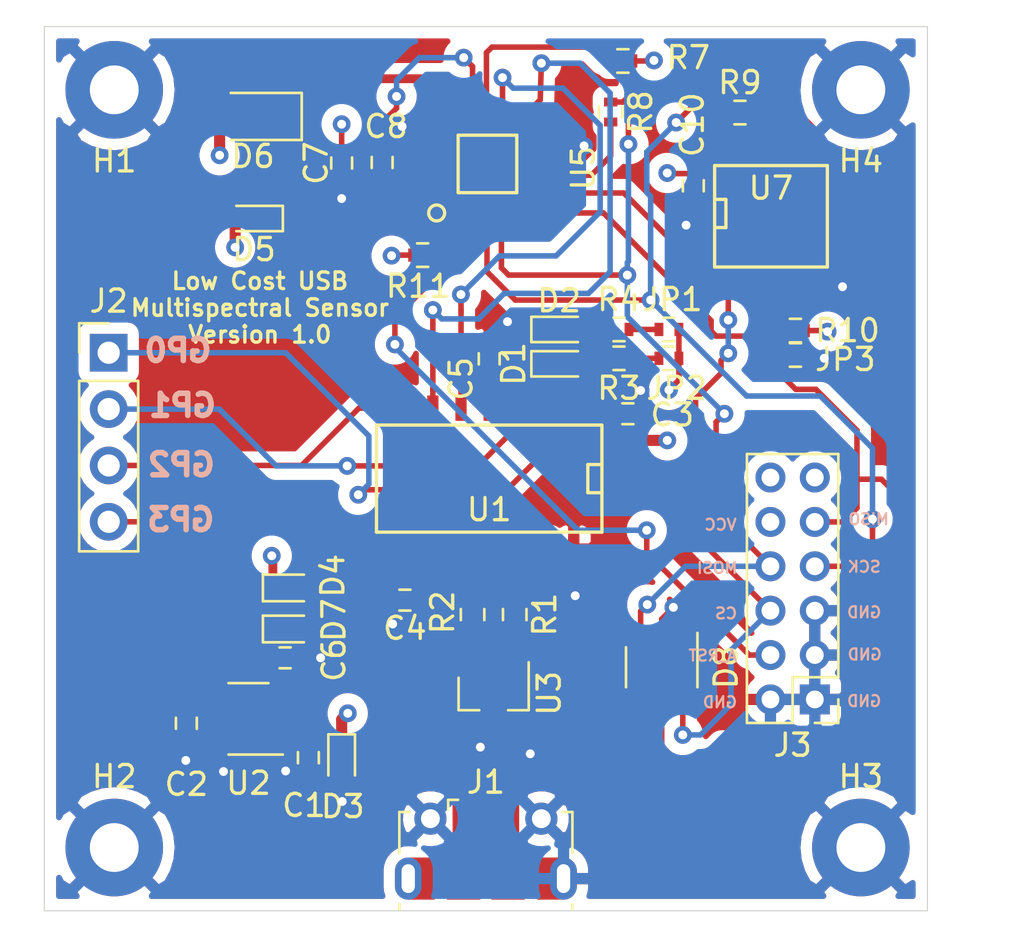
<source format=kicad_pcb>
(kicad_pcb (version 20171130) (host pcbnew "(5.1.0)-1")
  (layers (0 F.Cu signal) (1 In1.Cu power hide) (2 In2.Cu power hide) (31 B.Cu signal hide) (34 B.Paste user) (35 F.Paste user) (36 B.SilkS user) (37 F.SilkS user) (38 B.Mask user) (39 F.Mask user) (44 Edge.Cuts user))
  (net 0 "")
  (net 1 GND)
  (net 2 /5V)
  (net 3 "Net-(C2-Pad1)")
  (net 4 /VUSB)
  (net 5 /RST)
  (net 6 /3.3V)
  (net 7 "Net-(D1-Pad2)")
  (net 8 "Net-(D2-Pad2)")
  (net 9 "Net-(D5-Pad1)")
  (net 10 "Net-(D6-Pad1)")
  (net 11 "Net-(J1-Pad2)")
  (net 12 "Net-(J1-Pad3)")
  (net 13 /GP3)
  (net 14 /GP2)
  (net 15 /MISO)
  (net 16 /MOSI)
  (net 17 /SCK)
  (net 18 /CS)
  (net 19 /AS_RST)
  (net 20 "Net-(JP1-Pad2)")
  (net 21 "Net-(JP2-Pad2)")
  (net 22 "Net-(JP3-Pad1)")
  (net 23 "Net-(R1-Pad1)")
  (net 24 "Net-(R2-Pad1)")
  (net 25 "Net-(R7-Pad2)")
  (net 26 "Net-(R8-Pad2)")
  (net 27 "Net-(R9-Pad2)")
  (net 28 /TX)
  (net 29 /RX)
  (net 30 /GP0)
  (net 31 /GP1)
  (module AMS_sensors:AS726x (layer F.Cu) (at 155.275 79.65 90)
    (fp_text reference U5 (at 2.025 5.6388 90) (layer F.SilkS))
    (fp_text value AS726x)
    (pad 20 smd rect (at 0.9 -1 90) (size 0.3 1.1) (layers F.Cu F.Paste F.Mask))
    (pad 19 smd rect (at 1.55 -1 90) (size 0.3 1.1) (layers F.Cu F.Paste F.Mask))
    (pad 18 smd rect (at 2.2 -1 90) (size 0.3 1.1) (layers F.Cu F.Paste F.Mask) (net 9 "Net-(D5-Pad1)"))
    (pad 17 smd rect (at 2.85 -1 90) (size 0.3 1.1) (layers F.Cu F.Paste F.Mask) (net 6 /3.3V))
    (pad 16 smd rect (at 3.5 -1 90) (size 0.3 1.1) (layers F.Cu F.Paste F.Mask) (net 1 GND))
    (pad 15 smd rect (at 4.4 0) (size 0.3 1.1) (layers F.Cu F.Paste F.Mask) (net 10 "Net-(D6-Pad1)"))
    (pad 14 smd rect (at 4.4 0.65) (size 0.3 1.1) (layers F.Cu F.Paste F.Mask) (net 6 /3.3V))
    (pad 13 smd rect (at 4.4 1.3) (size 0.3 1.1) (layers F.Cu F.Paste F.Mask) (net 25 "Net-(R7-Pad2)"))
    (pad 12 smd rect (at 4.4 1.95) (size 0.3 1.1) (layers F.Cu F.Paste F.Mask) (net 29 /RX))
    (pad 11 smd rect (at 4.4 2.6) (size 0.3 1.1) (layers F.Cu F.Paste F.Mask) (net 28 /TX))
    (pad 10 smd rect (at 3.5 3.6 270) (size 0.3 1.1) (layers F.Cu F.Paste F.Mask))
    (pad 9 smd rect (at 2.85 3.6 270) (size 0.3 1.1) (layers F.Cu F.Paste F.Mask))
    (pad 8 smd rect (at 2.2 3.6 270) (size 0.3 1.1) (layers F.Cu F.Paste F.Mask) (net 1 GND))
    (pad 7 smd rect (at 1.55 3.6 270) (size 0.3 1.1) (layers F.Cu F.Paste F.Mask) (net 26 "Net-(R8-Pad2)"))
    (pad 6 smd rect (at 0.9 3.6 270) (size 0.3 1.1) (layers F.Cu F.Paste F.Mask) (net 18 /CS))
    (pad 5 smd rect (at 0 2.6 180) (size 0.3 1.1) (layers F.Cu F.Paste F.Mask) (net 15 /MISO))
    (pad 4 smd rect (at 0 1.95 180) (size 0.3 1.1) (layers F.Cu F.Paste F.Mask) (net 16 /MOSI))
    (pad 3 smd rect (at 0 1.3 180) (size 0.3 1.1) (layers F.Cu F.Paste F.Mask) (net 17 /SCK))
    (pad 2 smd rect (at 0 0.65 180) (size 0.3 1.1) (layers F.Cu F.Paste F.Mask) (net 19 /AS_RST))
    (pad 1 smd rect (at 0 0) (size 0.3 1.1) (layers F.Cu F.Paste F.Mask))
  )
  (module Capacitors_SMD:C_0402 (layer F.Cu) (at 148.525 104.2 270)
    (fp_text reference C1 (at 2.15 0.2) (layer F.SilkS))
    (fp_text value 1uF)
    (pad 2 smd rect (at 0.55 0 270) (size 0.6 0.5) (layers F.Cu F.Paste F.Mask) (net 1 GND))
    (pad 1 smd rect (at -0.55 0 270) (size 0.6 0.5) (layers F.Cu F.Paste F.Mask) (net 2 /5V))
  )
  (module Capacitors_SMD:C_0402 (layer F.Cu) (at 143.025 102.65 270)
    (fp_text reference C2 (at 2.75 0) (layer F.SilkS))
    (fp_text value 470pF)
    (pad 1 smd rect (at -0.55 0 270) (size 0.6 0.5) (layers F.Cu F.Paste F.Mask) (net 3 "Net-(C2-Pad1)"))
    (pad 2 smd rect (at 0.55 0 270) (size 0.6 0.5) (layers F.Cu F.Paste F.Mask) (net 1 GND))
  )
  (module Capacitors_SMD:C_0402 (layer F.Cu) (at 162.925 88.7)
    (fp_text reference C3 (at 2 0.05) (layer F.SilkS))
    (fp_text value 4.7uF)
    (pad 1 smd rect (at -0.55 0) (size 0.6 0.5) (layers F.Cu F.Paste F.Mask) (net 2 /5V))
    (pad 2 smd rect (at 0.55 0) (size 0.6 0.5) (layers F.Cu F.Paste F.Mask) (net 1 GND))
  )
  (module Capacitors_SMD:C_0402 (layer F.Cu) (at 152.875 97.1 180)
    (fp_text reference C4 (at 0 -1.27 180) (layer F.SilkS))
    (fp_text value 0.33uF)
    (pad 2 smd rect (at 0.55 0 180) (size 0.6 0.5) (layers F.Cu F.Paste F.Mask) (net 1 GND))
    (pad 1 smd rect (at -0.55 0 180) (size 0.6 0.5) (layers F.Cu F.Paste F.Mask) (net 4 /VUSB))
  )
  (module Capacitors_SMD:C_0402 (layer F.Cu) (at 156.675 86.225 90)
    (fp_text reference C5 (at -0.9 -1.27 90) (layer F.SilkS))
    (fp_text value C)
    (pad 2 smd rect (at 0.55 0 90) (size 0.6 0.5) (layers F.Cu F.Paste F.Mask) (net 1 GND))
    (pad 1 smd rect (at -0.55 0 90) (size 0.6 0.5) (layers F.Cu F.Paste F.Mask) (net 5 /RST))
  )
  (module Capacitors_SMD:C_0402 (layer F.Cu) (at 147.475 99.7)
    (fp_text reference C6 (at 2.2 0.1 90) (layer F.SilkS))
    (fp_text value 2.2uF)
    (pad 2 smd rect (at 0.55 0) (size 0.6 0.5) (layers F.Cu F.Paste F.Mask) (net 1 GND))
    (pad 1 smd rect (at -0.55 0) (size 0.6 0.5) (layers F.Cu F.Paste F.Mask) (net 6 /3.3V))
  )
  (module Capacitors_SMD:C_0402 (layer F.Cu) (at 150.025 77.4 270)
    (fp_text reference C7 (at 0 1.15 270) (layer F.SilkS))
    (fp_text value 100nF)
    (pad 1 smd rect (at -0.55 0 270) (size 0.6 0.5) (layers F.Cu F.Paste F.Mask) (net 6 /3.3V))
    (pad 2 smd rect (at 0.55 0 270) (size 0.6 0.5) (layers F.Cu F.Paste F.Mask) (net 1 GND))
  )
  (module Capacitors_SMD:C_0402 (layer F.Cu) (at 151.85 77.375 270)
    (fp_text reference C8 (at -1.625 -0.175) (layer F.SilkS))
    (fp_text value 10uF)
    (pad 1 smd rect (at -0.55 0 270) (size 0.6 0.5) (layers F.Cu F.Paste F.Mask) (net 6 /3.3V))
    (pad 2 smd rect (at 0.55 0 270) (size 0.6 0.5) (layers F.Cu F.Paste F.Mask) (net 1 GND))
  )
  (module Capacitors_SMD:C_0402 (layer F.Cu) (at 165.875 78.425 270)
    (fp_text reference C10 (at -2.75 0.05 90) (layer F.SilkS))
    (fp_text value 1uF)
    (pad 1 smd rect (at -0.55 0 270) (size 0.6 0.5) (layers F.Cu F.Paste F.Mask) (net 6 /3.3V))
    (pad 2 smd rect (at 0.55 0 270) (size 0.6 0.5) (layers F.Cu F.Paste F.Mask) (net 1 GND))
  )
  (module Diodes_SMD:D_1206 (layer F.Cu) (at 146.025 75.3 180)
    (fp_text reference D6 (at 0 -1.8 180) (layer F.SilkS))
    (fp_text value LED)
    (pad 1 smd rect (at -1.5 0 180) (size 1 1.6) (layers F.Cu F.Paste F.Mask) (net 10 "Net-(D6-Pad1)"))
    (pad 2 smd rect (at 1.5 0 180) (size 1 1.6) (layers F.Cu F.Paste F.Mask) (net 6 /3.3V))
  )
  (module Connectors_USB:USB_Micro-B_Molex-105017-0001 (layer F.Cu) (at 156.525 109.3)
    (fp_text reference J1 (at 0 -4) (layer F.SilkS))
    (fp_text value USB_B_Micro)
    (pad 6 smd rect (at 1 0.35) (size 1.5 1.9) (layers F.Cu F.Paste F.Mask) (net 1 GND))
    (pad 6 thru_hole circle (at -2.5 -2.35) (size 1.45 1.45) (drill 0.85) (layers *.Cu *.Mask) (net 1 GND))
    (pad 2 smd rect (at -0.65 -2.35) (size 0.4 1.35) (layers F.Cu F.Paste F.Mask) (net 11 "Net-(J1-Pad2)"))
    (pad 1 smd rect (at -1.3 -2.35) (size 0.4 1.35) (layers F.Cu F.Paste F.Mask) (net 2 /5V))
    (pad 5 smd rect (at 1.3 -2.35) (size 0.4 1.35) (layers F.Cu F.Paste F.Mask) (net 1 GND))
    (pad 4 smd rect (at 0.65 -2.35) (size 0.4 1.35) (layers F.Cu F.Paste F.Mask))
    (pad 3 smd rect (at 0 -2.35) (size 0.4 1.35) (layers F.Cu F.Paste F.Mask) (net 12 "Net-(J1-Pad3)"))
    (pad 6 thru_hole circle (at 2.5 -2.35) (size 1.45 1.45) (drill 0.85) (layers *.Cu *.Mask) (net 1 GND))
    (pad 6 smd rect (at -1 0.35) (size 1.5 1.9) (layers F.Cu F.Paste F.Mask) (net 1 GND))
    (pad 6 thru_hole oval (at -3.5 0.35 180) (size 1.2 1.9) (drill oval 0.6 1.3) (layers *.Cu *.Mask) (net 1 GND))
    (pad 6 thru_hole oval (at 3.5 0.35) (size 1.2 1.9) (drill oval 0.6 1.3) (layers *.Cu *.Mask) (net 1 GND))
    (pad 6 smd rect (at 2.9 0.35) (size 1.2 1.9) (layers F.Cu F.Mask) (net 1 GND))
    (pad 6 smd rect (at -2.9 0.35) (size 1.2 1.9) (layers F.Cu F.Mask) (net 1 GND))
  )
  (module Pin_Headers:Pin_Header_Straight_1x04_Pitch2.54mm (layer F.Cu) (at 139.525 85.95)
    (fp_text reference J2 (at 0 -2.33) (layer F.SilkS))
    (fp_text value "GPIO Conn")
    (pad 4 thru_hole oval (at 0 7.62) (size 1.7 1.7) (drill 1) (layers *.Cu *.Mask) (net 13 /GP3))
    (pad 3 thru_hole oval (at 0 5.08) (size 1.7 1.7) (drill 1) (layers *.Cu *.Mask) (net 14 /GP2))
    (pad 2 thru_hole oval (at 0 2.54) (size 1.7 1.7) (drill 1) (layers *.Cu *.Mask) (net 31 /GP1))
    (pad 1 thru_hole rect (at 0 0) (size 1.7 1.7) (drill 1) (layers *.Cu *.Mask) (net 30 /GP0))
  )
  (module Pin_Headers:Pin_Header_Straight_2x06_Pitch2.00mm (layer F.Cu) (at 171.35 101.575 180)
    (fp_text reference J3 (at 1 -2.06 180) (layer F.SilkS))
    (fp_text value "Flash Programming Header")
    (pad 12 thru_hole oval (at 2 10 180) (size 1.35 1.35) (drill 0.8) (layers *.Cu *.Mask))
    (pad 11 thru_hole oval (at 0 10 180) (size 1.35 1.35) (drill 0.8) (layers *.Cu *.Mask))
    (pad 10 thru_hole oval (at 2 8 180) (size 1.35 1.35) (drill 0.8) (layers *.Cu *.Mask) (net 6 /3.3V))
    (pad 9 thru_hole oval (at 0 8 180) (size 1.35 1.35) (drill 0.8) (layers *.Cu *.Mask) (net 15 /MISO))
    (pad 8 thru_hole oval (at 2 6 180) (size 1.35 1.35) (drill 0.8) (layers *.Cu *.Mask) (net 16 /MOSI))
    (pad 7 thru_hole oval (at 0 6 180) (size 1.35 1.35) (drill 0.8) (layers *.Cu *.Mask) (net 17 /SCK))
    (pad 6 thru_hole oval (at 2 4 180) (size 1.35 1.35) (drill 0.8) (layers *.Cu *.Mask) (net 18 /CS))
    (pad 5 thru_hole oval (at 0 4 180) (size 1.35 1.35) (drill 0.8) (layers *.Cu *.Mask) (net 1 GND))
    (pad 4 thru_hole oval (at 2 2 180) (size 1.35 1.35) (drill 0.8) (layers *.Cu *.Mask) (net 19 /AS_RST))
    (pad 3 thru_hole oval (at 0 2 180) (size 1.35 1.35) (drill 0.8) (layers *.Cu *.Mask) (net 1 GND))
    (pad 2 thru_hole oval (at 2 0 180) (size 1.35 1.35) (drill 0.8) (layers *.Cu *.Mask) (net 1 GND))
    (pad 1 thru_hole rect (at 0 0 180) (size 1.35 1.35) (drill 0.8) (layers *.Cu *.Mask) (net 1 GND))
  )
  (module Resistors_SMD:R_0402 (layer F.Cu) (at 164.775 86.2 180)
    (fp_text reference JP1 (at -0.15 2.65 180) (layer F.SilkS))
    (fp_text value N/A)
    (pad 2 smd rect (at 0.45 0 180) (size 0.4 0.6) (layers F.Cu F.Paste F.Mask) (net 20 "Net-(JP1-Pad2)"))
    (pad 1 smd rect (at -0.45 0 180) (size 0.4 0.6) (layers F.Cu F.Paste F.Mask) (net 6 /3.3V))
  )
  (module Resistors_SMD:R_0402 (layer F.Cu) (at 164.775 84.9 180)
    (fp_text reference JP2 (at -0.35 -2.65 180) (layer F.SilkS))
    (fp_text value N/A)
    (pad 2 smd rect (at 0.45 0 180) (size 0.4 0.6) (layers F.Cu F.Paste F.Mask) (net 21 "Net-(JP2-Pad2)"))
    (pad 1 smd rect (at -0.45 0 180) (size 0.4 0.6) (layers F.Cu F.Paste F.Mask) (net 6 /3.3V))
  )
  (module Resistors_SMD:R_0402 (layer F.Cu) (at 170.475 86.05)
    (fp_text reference JP3 (at 2.25 0.2) (layer F.SilkS))
    (fp_text value N/A)
    (pad 2 smd rect (at 0.45 0) (size 0.4 0.6) (layers F.Cu F.Paste F.Mask) (net 1 GND))
    (pad 1 smd rect (at -0.45 0) (size 0.4 0.6) (layers F.Cu F.Paste F.Mask) (net 22 "Net-(JP3-Pad1)"))
  )
  (module Resistors_SMD:R_0402 (layer F.Cu) (at 157.825 97.75 270)
    (fp_text reference R1 (at 0 -1.35 270) (layer F.SilkS))
    (fp_text value 22)
    (pad 2 smd rect (at 0.45 0 270) (size 0.4 0.6) (layers F.Cu F.Paste F.Mask) (net 12 "Net-(J1-Pad3)"))
    (pad 1 smd rect (at -0.45 0 270) (size 0.4 0.6) (layers F.Cu F.Paste F.Mask) (net 23 "Net-(R1-Pad1)"))
  )
  (module Resistors_SMD:R_0402 (layer F.Cu) (at 155.925 97.75 270)
    (fp_text reference R2 (at -0.1 1.35 270) (layer F.SilkS))
    (fp_text value 22)
    (pad 1 smd rect (at -0.45 0 270) (size 0.4 0.6) (layers F.Cu F.Paste F.Mask) (net 24 "Net-(R2-Pad1)"))
    (pad 2 smd rect (at 0.45 0 270) (size 0.4 0.6) (layers F.Cu F.Paste F.Mask) (net 11 "Net-(J1-Pad2)"))
  )
  (module Resistors_SMD:R_0402 (layer F.Cu) (at 162.525 86.2 180)
    (fp_text reference R3 (at 0 -1.35 180) (layer F.SilkS))
    (fp_text value R)
    (pad 1 smd rect (at -0.45 0 180) (size 0.4 0.6) (layers F.Cu F.Paste F.Mask) (net 20 "Net-(JP1-Pad2)"))
    (pad 2 smd rect (at 0.45 0 180) (size 0.4 0.6) (layers F.Cu F.Paste F.Mask) (net 7 "Net-(D1-Pad2)"))
  )
  (module Resistors_SMD:R_0402 (layer F.Cu) (at 162.525 84.9 180)
    (fp_text reference R4 (at 0 1.35 180) (layer F.SilkS))
    (fp_text value R)
    (pad 2 smd rect (at 0.45 0 180) (size 0.4 0.6) (layers F.Cu F.Paste F.Mask) (net 8 "Net-(D2-Pad2)"))
    (pad 1 smd rect (at -0.45 0 180) (size 0.4 0.6) (layers F.Cu F.Paste F.Mask) (net 21 "Net-(JP2-Pad2)"))
  )
  (module Resistors_SMD:R_0402 (layer F.Cu) (at 162.7 72.8 180)
    (fp_text reference R7 (at -2.95 0.15 180) (layer F.SilkS))
    (fp_text value 10K)
    (pad 1 smd rect (at -0.45 0 180) (size 0.4 0.6) (layers F.Cu F.Paste F.Mask) (net 6 /3.3V))
    (pad 2 smd rect (at 0.45 0 180) (size 0.4 0.6) (layers F.Cu F.Paste F.Mask) (net 25 "Net-(R7-Pad2)"))
  )
  (module Resistors_SMD:R_0402 (layer F.Cu) (at 162.15 75.1 270)
    (fp_text reference R8 (at 0 -1.35 270) (layer F.SilkS))
    (fp_text value 10K)
    (pad 2 smd rect (at 0.45 0 270) (size 0.4 0.6) (layers F.Cu F.Paste F.Mask) (net 26 "Net-(R8-Pad2)"))
    (pad 1 smd rect (at -0.45 0 270) (size 0.4 0.6) (layers F.Cu F.Paste F.Mask) (net 6 /3.3V))
  )
  (module Resistors_SMD:R_0402 (layer F.Cu) (at 167.975 75.125)
    (fp_text reference R9 (at 0 -1.35) (layer F.SilkS))
    (fp_text value 10K)
    (pad 1 smd rect (at -0.45 0) (size 0.4 0.6) (layers F.Cu F.Paste F.Mask) (net 6 /3.3V))
    (pad 2 smd rect (at 0.45 0) (size 0.4 0.6) (layers F.Cu F.Paste F.Mask) (net 27 "Net-(R9-Pad2)"))
  )
  (module Resistors_SMD:R_0402 (layer F.Cu) (at 170.475 84.95 180)
    (fp_text reference R10 (at -2.35 0 180) (layer F.SilkS))
    (fp_text value 10K)
    (pad 1 smd rect (at -0.45 0 180) (size 0.4 0.6) (layers F.Cu F.Paste F.Mask) (net 6 /3.3V))
    (pad 2 smd rect (at 0.45 0 180) (size 0.4 0.6) (layers F.Cu F.Paste F.Mask) (net 22 "Net-(JP3-Pad1)"))
  )
  (module Resistors_SMD:R_0402 (layer F.Cu) (at 153.675 81.55)
    (fp_text reference R11 (at -0.2 1.4) (layer F.SilkS))
    (fp_text value 10K)
    (pad 1 smd rect (at -0.45 0) (size 0.4 0.6) (layers F.Cu F.Paste F.Mask) (net 6 /3.3V))
    (pad 2 smd rect (at 0.45 0) (size 0.4 0.6) (layers F.Cu F.Paste F.Mask) (net 19 /AS_RST))
  )
  (module SMD_Packages:SOIC-14_N (layer F.Cu) (at 156.675 91.75 180)
    (fp_text reference U1 (at 0 -1.27 180) (layer F.SilkS))
    (fp_text value MCP2221)
    (pad 10 smd rect (at 1.27 -3.048 180) (size 0.508 1.143) (layers F.Cu F.Paste F.Mask))
    (pad 14 smd rect (at -3.81 -3.048 180) (size 0.508 1.143) (layers F.Cu F.Paste F.Mask) (net 1 GND))
    (pad 13 smd rect (at -2.54 -3.048 180) (size 0.508 1.143) (layers F.Cu F.Paste F.Mask) (net 23 "Net-(R1-Pad1)"))
    (pad 12 smd rect (at -1.27 -3.048 180) (size 0.508 1.143) (layers F.Cu F.Paste F.Mask) (net 24 "Net-(R2-Pad1)"))
    (pad 11 smd rect (at 0 -3.048 180) (size 0.508 1.143) (layers F.Cu F.Paste F.Mask) (net 4 /VUSB))
    (pad 9 smd rect (at 2.54 -3.048 180) (size 0.508 1.143) (layers F.Cu F.Paste F.Mask))
    (pad 8 smd rect (at 3.81 -3.048 180) (size 0.508 1.143) (layers F.Cu F.Paste F.Mask) (net 13 /GP3))
    (pad 7 smd rect (at 3.81 3.302 180) (size 0.508 1.143) (layers F.Cu F.Paste F.Mask) (net 14 /GP2))
    (pad 6 smd rect (at 2.54 3.302 180) (size 0.508 1.143) (layers F.Cu F.Paste F.Mask) (net 28 /TX))
    (pad 5 smd rect (at 1.27 3.302 180) (size 0.508 1.143) (layers F.Cu F.Paste F.Mask) (net 29 /RX))
    (pad 4 smd rect (at 0 3.302 180) (size 0.508 1.143) (layers F.Cu F.Paste F.Mask) (net 5 /RST))
    (pad 3 smd rect (at -1.27 3.302 180) (size 0.508 1.143) (layers F.Cu F.Paste F.Mask) (net 31 /GP1))
    (pad 2 smd rect (at -2.54 3.302 180) (size 0.508 1.143) (layers F.Cu F.Paste F.Mask) (net 30 /GP0))
    (pad 1 smd rect (at -3.81 3.302 180) (size 0.508 1.143) (layers F.Cu F.Paste F.Mask) (net 2 /5V))
  )
  (module SMD_Packages:SOIC-8-N (layer F.Cu) (at 169.375 79.8)
    (fp_text reference U7 (at 0 -1.27) (layer F.SilkS))
    (fp_text value AT25SF041)
    (pad 1 smd rect (at -1.905 3.175) (size 0.508 1.143) (layers F.Cu F.Paste F.Mask) (net 18 /CS))
    (pad 2 smd rect (at -0.635 3.175) (size 0.508 1.143) (layers F.Cu F.Paste F.Mask) (net 15 /MISO))
    (pad 3 smd rect (at 0.635 3.175) (size 0.508 1.143) (layers F.Cu F.Paste F.Mask) (net 22 "Net-(JP3-Pad1)"))
    (pad 4 smd rect (at 1.905 3.175) (size 0.508 1.143) (layers F.Cu F.Paste F.Mask) (net 1 GND))
    (pad 5 smd rect (at 1.905 -3.175) (size 0.508 1.143) (layers F.Cu F.Paste F.Mask) (net 16 /MOSI))
    (pad 6 smd rect (at 0.635 -3.175) (size 0.508 1.143) (layers F.Cu F.Paste F.Mask) (net 17 /SCK))
    (pad 7 smd rect (at -0.635 -3.175) (size 0.508 1.143) (layers F.Cu F.Paste F.Mask) (net 27 "Net-(R9-Pad2)"))
    (pad 8 smd rect (at -1.905 -3.175) (size 0.508 1.143) (layers F.Cu F.Paste F.Mask) (net 6 /3.3V))
  )
  (module TO_SOT_Packages_SMD:SOT-23-6 (layer F.Cu) (at 164.45 100.125 270)
    (fp_text reference D8 (at 0 -2.9 270) (layer F.SilkS))
    (fp_text value ESDA6V1-5SC6)
    (pad 5 smd rect (at 1.1 0 270) (size 1.06 0.65) (layers F.Cu F.Paste F.Mask) (net 17 /SCK))
    (pad 6 smd rect (at 1.1 -0.95 270) (size 1.06 0.65) (layers F.Cu F.Paste F.Mask) (net 18 /CS))
    (pad 4 smd rect (at 1.1 0.95 270) (size 1.06 0.65) (layers F.Cu F.Paste F.Mask) (net 15 /MISO))
    (pad 3 smd rect (at -1.1 0.95 270) (size 1.06 0.65) (layers F.Cu F.Paste F.Mask) (net 16 /MOSI))
    (pad 2 smd rect (at -1.1 0 270) (size 1.06 0.65) (layers F.Cu F.Paste F.Mask) (net 1 GND))
    (pad 1 smd rect (at -1.1 -0.95 270) (size 1.06 0.65) (layers F.Cu F.Paste F.Mask) (net 19 /AS_RST))
  )
  (module TO_SOT_Packages_SMD:SOT-23-5 (layer F.Cu) (at 145.825 102.45 180)
    (fp_text reference U2 (at 0 -2.9 180) (layer F.SilkS))
    (fp_text value MIC5219-3.3YMM)
    (pad 5 smd rect (at 1.1 -0.95 180) (size 1.06 0.65) (layers F.Cu F.Paste F.Mask) (net 1 GND))
    (pad 4 smd rect (at 1.1 0.95 180) (size 1.06 0.65) (layers F.Cu F.Paste F.Mask) (net 3 "Net-(C2-Pad1)"))
    (pad 3 smd rect (at -1.1 0.95 180) (size 1.06 0.65) (layers F.Cu F.Paste F.Mask) (net 6 /3.3V))
    (pad 2 smd rect (at -1.1 0 180) (size 1.06 0.65) (layers F.Cu F.Paste F.Mask) (net 2 /5V))
    (pad 1 smd rect (at -1.1 -0.95 180) (size 1.06 0.65) (layers F.Cu F.Paste F.Mask) (net 2 /5V))
  )
  (module TO_SOT_Packages_SMD:SOT-23 (layer F.Cu) (at 156.875 101.3 270)
    (fp_text reference U3 (at 0 -2.5 270) (layer F.SilkS))
    (fp_text value TPD2EUSB30)
    (pad 3 smd rect (at 1 0 270) (size 0.9 0.8) (layers F.Cu F.Paste F.Mask) (net 1 GND))
    (pad 2 smd rect (at -1 0.95 270) (size 0.9 0.8) (layers F.Cu F.Paste F.Mask) (net 11 "Net-(J1-Pad2)"))
    (pad 1 smd rect (at -1 -0.95 270) (size 0.9 0.8) (layers F.Cu F.Paste F.Mask) (net 12 "Net-(J1-Pad3)"))
  )
  (module Diodes_SMD:D_0603 (layer F.Cu) (at 159.875 86.45)
    (fp_text reference D1 (at -2.1 0 90) (layer F.SilkS))
    (fp_text value LED)
    (pad 2 smd rect (at 0.85 0) (size 0.6 0.8) (layers F.Cu F.Paste F.Mask) (net 7 "Net-(D1-Pad2)"))
    (pad 1 smd rect (at -0.85 0) (size 0.6 0.8) (layers F.Cu F.Paste F.Mask) (net 30 /GP0))
  )
  (module Diodes_SMD:D_0603 (layer F.Cu) (at 159.875 84.9)
    (fp_text reference D2 (at -0.05 -1.3 180) (layer F.SilkS))
    (fp_text value LED)
    (pad 1 smd rect (at -0.85 0) (size 0.6 0.8) (layers F.Cu F.Paste F.Mask) (net 31 /GP1))
    (pad 2 smd rect (at 0.85 0) (size 0.6 0.8) (layers F.Cu F.Paste F.Mask) (net 8 "Net-(D2-Pad2)"))
  )
  (module Diodes_SMD:D_SOD-523 (layer F.Cu) (at 150.025 104.3 270)
    (fp_text reference D3 (at 2.1 -0.05) (layer F.SilkS))
    (fp_text value D_TVS)
    (pad 1 smd rect (at -0.7 0 90) (size 0.6 0.7) (layers F.Cu F.Paste F.Mask) (net 2 /5V))
    (pad 2 smd rect (at 0.7 0 90) (size 0.6 0.7) (layers F.Cu F.Paste F.Mask) (net 1 GND))
  )
  (module Diodes_SMD:D_SOD-523 (layer F.Cu) (at 147.625 96.55)
    (fp_text reference D4 (at 2 -0.55 90) (layer F.SilkS))
    (fp_text value D_Zener)
    (pad 2 smd rect (at 0.7 0 180) (size 0.6 0.7) (layers F.Cu F.Paste F.Mask) (net 1 GND))
    (pad 1 smd rect (at -0.7 0 180) (size 0.6 0.7) (layers F.Cu F.Paste F.Mask) (net 6 /3.3V))
  )
  (module Diodes_SMD:D_0603 (layer F.Cu) (at 146.075 79.9 180)
    (fp_text reference D5 (at 0 -1.4 180) (layer F.SilkS))
    (fp_text value LED)
    (pad 2 smd rect (at 0.85 0 180) (size 0.6 0.8) (layers F.Cu F.Paste F.Mask) (net 6 /3.3V))
    (pad 1 smd rect (at -0.85 0 180) (size 0.6 0.8) (layers F.Cu F.Paste F.Mask) (net 9 "Net-(D5-Pad1)"))
  )
  (module Diodes_SMD:D_SOD-523 (layer F.Cu) (at 147.625 98.4)
    (fp_text reference D7 (at 2.05 -0.4 90) (layer F.SilkS))
    (fp_text value D_TVS)
    (pad 1 smd rect (at -0.7 0 180) (size 0.6 0.7) (layers F.Cu F.Paste F.Mask) (net 6 /3.3V))
    (pad 2 smd rect (at 0.7 0 180) (size 0.6 0.7) (layers F.Cu F.Paste F.Mask) (net 1 GND))
  )
  (module Mounting_Holes:MountingHole_2.2mm_M2_Pad (layer F.Cu) (at 139.775 108.25)
    (fp_text reference H2 (at 0 -3.2) (layer F.SilkS))
    (fp_text value MountingHole)
    (pad 1 thru_hole circle (at 0 0) (size 4.4 4.4) (drill 2.2) (layers *.Cu *.Mask) (net 1 GND))
  )
  (module Mounting_Holes:MountingHole_2.2mm_M2_Pad (layer F.Cu) (at 173.425 108.25)
    (fp_text reference H3 (at 0 -3.2) (layer F.SilkS))
    (fp_text value MountingHole)
    (pad 1 thru_hole circle (at 0 0) (size 4.4 4.4) (drill 2.2) (layers *.Cu *.Mask) (net 1 GND))
  )
  (module Mounting_Holes:MountingHole_2.2mm_M2_Pad (layer F.Cu) (at 173.425 74.1 180)
    (fp_text reference H4 (at 0 -3.2 180) (layer F.SilkS))
    (fp_text value MountingHole)
    (pad 1 thru_hole circle (at 0 0 180) (size 4.4 4.4) (drill 2.2) (layers *.Cu *.Mask) (net 1 GND))
  )
  (module Mounting_Holes:MountingHole_2.2mm_M2_Pad (layer F.Cu) (at 139.775 74.1 180)
    (fp_text reference H1 (at 0 -3.2 180) (layer F.SilkS))
    (fp_text value MountingHole)
    (pad 1 thru_hole circle (at 0 0 180) (size 4.4 4.4) (drill 2.2) (layers *.Cu *.Mask) (net 1 GND))
  )
  (gr_text "Low Cost USB \nMultispectral Sensor \nVersion 1.0 " (at 146.625 83.925) (layer F.SilkS) (effects (font (size 0.75 0.75))))
  (gr_text GND (at 167.075 101.7) (layer B.SilkS) (effects (font (size 0.5 0.5) (thickness 0.1)) (justify mirror)))
  (gr_text GND (at 173.575 101.65) (layer B.SilkS) (effects (font (size 0.5 0.5) (thickness 0.1)) (justify mirror)))
  (gr_text GND (at 173.6 99.55) (layer B.SilkS) (effects (font (size 0.5 0.5) (thickness 0.1)) (justify mirror)))
  (gr_text GND (at 173.575 97.65) (layer B.SilkS) (effects (font (size 0.5 0.5) (thickness 0.1)) (justify mirror)))
  (gr_text VCC (at 167.1 93.7) (layer B.SilkS) (effects (font (size 0.5 0.5) (thickness 0.1)) (justify mirror)))
  (gr_text MISO (at 173.775 93.45) (layer B.SilkS) (effects (font (size 0.5 0.5) (thickness 0.1)) (justify mirror)))
  (gr_text SCK (at 173.575 95.6) (layer B.SilkS) (effects (font (size 0.5 0.5) (thickness 0.1)) (justify mirror)))
  (gr_text MOSI (at 166.95 95.65) (layer B.SilkS) (effects (font (size 0.5 0.5) (thickness 0.1)) (justify mirror)))
  (gr_text CS (at 167.35 97.7) (layer B.SilkS) (effects (font (size 0.5 0.5) (thickness 0.1)) (justify mirror)))
  (gr_text A_RST (at 166.75 99.6) (layer B.SilkS) (effects (font (size 0.5 0.5) (thickness 0.1)) (justify mirror)))
  (gr_text GP3 (at 142.775 93.475) (layer B.SilkS) (effects (font (size 1 1) (thickness 0.25)) (justify mirror)))
  (gr_text GP2 (at 142.8 91) (layer B.SilkS) (effects (font (size 1 1) (thickness 0.25)) (justify mirror)))
  (gr_text GP1 (at 142.85 88.325) (layer B.SilkS) (effects (font (size 1 1) (thickness 0.25)) (justify mirror)))
  (gr_text GP0 (at 142.65 85.85) (layer B.SilkS) (effects (font (size 1 1) (thickness 0.25)) (justify mirror)))
  (gr_line (start 136.625 71.25) (end 176.425 71.25) (layer Edge.Cuts) (width 0.05))
  (gr_line (start 176.425 111.1) (end 136.625 111.1) (layer Edge.Cuts) (width 0.05))
  (gr_line (start 176.425 111.1) (end 176.425 71.25) (layer Edge.Cuts) (width 0.05))
  (gr_line (start 136.625 71.25) (end 136.625 111.1) (layer Edge.Cuts) (width 0.05))
  (via (at 163.5 87.65) (size 0.8) (drill 0.4) (layers F.Cu B.Cu) (net 1))
  (segment (start 163.475 88.7) (end 163.475 87.675) (width 0.25) (layer F.Cu) (net 1))
  (segment (start 163.475 87.675) (end 163.5 87.65) (width 0.25) (layer F.Cu) (net 1))
  (via (at 157.5 84.55) (size 0.8) (drill 0.4) (layers F.Cu B.Cu) (net 1))
  (segment (start 156.675 85.675) (end 156.675 85.375) (width 0.25) (layer F.Cu) (net 1))
  (segment (start 156.675 85.375) (end 157.5 84.55) (width 0.25) (layer F.Cu) (net 1))
  (segment (start 150.05 77.925) (end 150.025 77.95) (width 0.25) (layer F.Cu) (net 1))
  (segment (start 151.85 77.925) (end 150.05 77.925) (width 0.25) (layer F.Cu) (net 1))
  (via (at 150.025 79) (size 0.8) (drill 0.4) (layers F.Cu B.Cu) (net 1))
  (segment (start 150.025 77.95) (end 150.025 79) (width 0.25) (layer F.Cu) (net 1))
  (via (at 152.75 75.75) (size 0.8) (drill 0.4) (layers F.Cu B.Cu) (net 1))
  (segment (start 154.275 76.15) (end 153.15 76.15) (width 0.25) (layer F.Cu) (net 1))
  (segment (start 153.15 76.15) (end 152.75 75.75) (width 0.25) (layer F.Cu) (net 1))
  (via (at 160.95 76.625) (size 0.8) (drill 0.4) (layers F.Cu B.Cu) (net 1))
  (segment (start 158.875 77.45) (end 160.125 77.45) (width 0.25) (layer F.Cu) (net 1))
  (segment (start 160.125 77.45) (end 160.95 76.625) (width 0.25) (layer F.Cu) (net 1))
  (via (at 171.775 86.2) (size 0.8) (drill 0.4) (layers F.Cu B.Cu) (net 1))
  (segment (start 170.925 86.05) (end 171.625 86.05) (width 0.25) (layer F.Cu) (net 1))
  (segment (start 171.625 86.05) (end 171.775 86.2) (width 0.25) (layer F.Cu) (net 1))
  (via (at 172.6 82.975) (size 0.8) (drill 0.4) (layers F.Cu B.Cu) (net 1))
  (segment (start 171.28 82.975) (end 172.6 82.975) (width 0.25) (layer F.Cu) (net 1))
  (via (at 165.55 80.2) (size 0.8) (drill 0.4) (layers F.Cu B.Cu) (net 1))
  (segment (start 165.875 78.975) (end 165.875 79.875) (width 0.25) (layer F.Cu) (net 1))
  (segment (start 165.875 79.875) (end 165.55 80.2) (width 0.25) (layer F.Cu) (net 1))
  (via (at 160.55 96.9) (size 0.8) (drill 0.4) (layers F.Cu B.Cu) (net 1))
  (segment (start 160.485 94.798) (end 160.485 96.835) (width 0.25) (layer F.Cu) (net 1))
  (segment (start 160.485 96.835) (end 160.55 96.9) (width 0.25) (layer F.Cu) (net 1))
  (via (at 164.975 97.425) (size 0.8) (drill 0.4) (layers F.Cu B.Cu) (net 1))
  (segment (start 164.45 99.025) (end 164.45 97.95) (width 0.25) (layer F.Cu) (net 1))
  (segment (start 164.45 97.95) (end 164.975 97.425) (width 0.25) (layer F.Cu) (net 1))
  (via (at 158.525 104.025) (size 0.8) (drill 0.4) (layers F.Cu B.Cu) (net 1))
  (via (at 156.275 103.725) (size 0.8) (drill 0.4) (layers F.Cu B.Cu) (net 1))
  (segment (start 156.875 102.3) (end 156.875 103.125) (width 0.25) (layer F.Cu) (net 1))
  (segment (start 156.875 103.125) (end 156.275 103.725) (width 0.25) (layer F.Cu) (net 1))
  (via (at 144.7 104.825) (size 0.8) (drill 0.4) (layers F.Cu B.Cu) (net 1))
  (segment (start 144.725 103.4) (end 144.725 104.8) (width 0.25) (layer F.Cu) (net 1))
  (segment (start 144.725 104.8) (end 144.7 104.825) (width 0.25) (layer F.Cu) (net 1))
  (via (at 143 104.325) (size 0.8) (drill 0.4) (layers F.Cu B.Cu) (net 1))
  (segment (start 143.025 103.2) (end 143.025 104.3) (width 0.25) (layer F.Cu) (net 1))
  (segment (start 143.025 104.3) (end 143 104.325) (width 0.25) (layer F.Cu) (net 1))
  (segment (start 148.325 98.4) (end 148.325 96.55) (width 0.25) (layer F.Cu) (net 1))
  (segment (start 148.325 99.4) (end 148.025 99.7) (width 0.25) (layer F.Cu) (net 1))
  (segment (start 148.325 98.4) (end 148.325 99.4) (width 0.25) (layer F.Cu) (net 1))
  (via (at 149.075 99.7) (size 0.8) (drill 0.4) (layers F.Cu B.Cu) (net 1))
  (segment (start 148.025 99.7) (end 149.075 99.7) (width 0.25) (layer F.Cu) (net 1))
  (via (at 150.05 106.175) (size 0.8) (drill 0.4) (layers F.Cu B.Cu) (net 1))
  (segment (start 150.025 105) (end 150.025 106.15) (width 0.25) (layer F.Cu) (net 1))
  (segment (start 150.025 106.15) (end 150.05 106.175) (width 0.25) (layer F.Cu) (net 1))
  (via (at 147.5 104.8) (size 0.8) (drill 0.4) (layers F.Cu B.Cu) (net 1))
  (segment (start 148.525 104.75) (end 147.55 104.75) (width 0.25) (layer F.Cu) (net 1))
  (segment (start 147.55 104.75) (end 147.5 104.8) (width 0.25) (layer F.Cu) (net 1))
  (via (at 152.325 98.175) (size 0.8) (drill 0.4) (layers F.Cu B.Cu) (net 1))
  (segment (start 152.325 97.1) (end 152.325 98.175) (width 0.25) (layer F.Cu) (net 1))
  (segment (start 158.25 104.025) (end 158.525 104.025) (width 0.25) (layer F.Cu) (net 1))
  (segment (start 157.825 106.95) (end 157.825 104.45) (width 0.25) (layer F.Cu) (net 1))
  (segment (start 157.825 104.45) (end 158.25 104.025) (width 0.25) (layer F.Cu) (net 1))
  (segment (start 162.375 88.7) (end 161.825 88.7) (width 0.25) (layer F.Cu) (net 2))
  (segment (start 161.573 88.448) (end 160.485 88.448) (width 0.25) (layer F.Cu) (net 2))
  (segment (start 161.825 88.7) (end 161.573 88.448) (width 0.25) (layer F.Cu) (net 2))
  (segment (start 148.575 103.6) (end 148.525 103.65) (width 0.4) (layer F.Cu) (net 2))
  (segment (start 150.025 103.6) (end 148.575 103.6) (width 0.4) (layer F.Cu) (net 2))
  (segment (start 148.275 103.4) (end 148.525 103.65) (width 0.4) (layer F.Cu) (net 2))
  (segment (start 146.925 103.4) (end 148.275 103.4) (width 0.4) (layer F.Cu) (net 2))
  (segment (start 148.525 103.65) (end 148.525 103.6) (width 0.4) (layer F.Cu) (net 2))
  (segment (start 146.925 102.45) (end 148.425 102.45) (width 0.4) (layer F.Cu) (net 2))
  (segment (start 148.525 102.55) (end 148.525 103.65) (width 0.4) (layer F.Cu) (net 2))
  (segment (start 148.425 102.45) (end 148.525 102.55) (width 0.4) (layer F.Cu) (net 2))
  (via (at 150.3 102.2) (size 0.8) (drill 0.4) (layers F.Cu B.Cu) (net 2))
  (segment (start 150.025 103.6) (end 150.025 102.475) (width 0.5) (layer F.Cu) (net 2))
  (segment (start 150.025 102.475) (end 150.3 102.2) (width 0.5) (layer F.Cu) (net 2))
  (via (at 164.7 89.9) (size 0.8) (drill 0.4) (layers F.Cu B.Cu) (net 2))
  (segment (start 162.375 89.45) (end 162.375 88.7) (width 0.5) (layer F.Cu) (net 2))
  (segment (start 162.825 89.9) (end 162.375 89.45) (width 0.5) (layer F.Cu) (net 2))
  (segment (start 164.7 89.9) (end 162.825 89.9) (width 0.5) (layer F.Cu) (net 2))
  (segment (start 155.225 106.15) (end 155.225 106.95) (width 0.4) (layer F.Cu) (net 2))
  (segment (start 155.225 104.625) (end 155.225 106.15) (width 0.4) (layer F.Cu) (net 2))
  (segment (start 150.025 103.6) (end 154.2 103.6) (width 0.4) (layer F.Cu) (net 2))
  (segment (start 154.2 103.6) (end 155.225 104.625) (width 0.4) (layer F.Cu) (net 2))
  (segment (start 143.025 102.1) (end 143.025 101.7) (width 0.4) (layer F.Cu) (net 3))
  (segment (start 143.225 101.5) (end 144.725 101.5) (width 0.4) (layer F.Cu) (net 3))
  (segment (start 143.025 101.7) (end 143.225 101.5) (width 0.4) (layer F.Cu) (net 3))
  (segment (start 156.675 95.1155) (end 156.675 94.798) (width 0.25) (layer F.Cu) (net 4))
  (segment (start 154.6905 97.1) (end 156.675 95.1155) (width 0.25) (layer F.Cu) (net 4))
  (segment (start 153.425 97.1) (end 154.6905 97.1) (width 0.25) (layer F.Cu) (net 4))
  (segment (start 156.675 88.448) (end 156.675 86.775) (width 0.25) (layer F.Cu) (net 5))
  (segment (start 146.925 101.5) (end 146.925 99.7) (width 0.4) (layer F.Cu) (net 6))
  (segment (start 146.925 99.7) (end 146.925 98.4) (width 0.4) (layer F.Cu) (net 6))
  (segment (start 146.925 98.4) (end 146.925 96.55) (width 0.4) (layer F.Cu) (net 6))
  (via (at 146.875 95.1) (size 0.8) (drill 0.4) (layers F.Cu B.Cu) (net 6))
  (segment (start 146.925 96.55) (end 146.925 95.15) (width 0.4) (layer F.Cu) (net 6))
  (segment (start 146.925 95.15) (end 146.875 95.1) (width 0.4) (layer F.Cu) (net 6))
  (segment (start 167.47 76.625) (end 166.175 76.625) (width 0.25) (layer F.Cu) (net 6))
  (segment (start 165.875 76.925) (end 165.875 77.875) (width 0.25) (layer F.Cu) (net 6))
  (segment (start 166.175 76.625) (end 165.875 76.925) (width 0.25) (layer F.Cu) (net 6))
  (via (at 164.7 77.85) (size 0.8) (drill 0.4) (layers F.Cu B.Cu) (net 6))
  (segment (start 165.875 77.875) (end 164.725 77.875) (width 0.25) (layer F.Cu) (net 6))
  (segment (start 164.725 77.875) (end 164.7 77.85) (width 0.25) (layer F.Cu) (net 6))
  (segment (start 167.47 75.18) (end 167.525 75.125) (width 0.25) (layer F.Cu) (net 6))
  (segment (start 167.47 76.625) (end 167.47 75.18) (width 0.25) (layer F.Cu) (net 6))
  (via (at 164.1 72.775) (size 0.8) (drill 0.4) (layers F.Cu B.Cu) (net 6))
  (segment (start 163.15 72.8) (end 164.075 72.8) (width 0.25) (layer F.Cu) (net 6))
  (segment (start 164.075 72.8) (end 164.1 72.775) (width 0.25) (layer F.Cu) (net 6))
  (via (at 144.525 77.05) (size 0.8) (drill 0.4) (layers F.Cu B.Cu) (net 6))
  (segment (start 144.525 75.3) (end 144.525 77.05) (width 0.5) (layer F.Cu) (net 6))
  (via (at 145.225 81.2) (size 0.8) (drill 0.4) (layers F.Cu B.Cu) (net 6))
  (segment (start 145.225 79.9) (end 145.225 81.2) (width 0.5) (layer F.Cu) (net 6))
  (via (at 150.025 75.65) (size 0.8) (drill 0.4) (layers F.Cu B.Cu) (net 6))
  (segment (start 150.025 76.85) (end 150.025 75.65) (width 0.25) (layer F.Cu) (net 6))
  (segment (start 151.825 76.85) (end 151.85 76.825) (width 0.25) (layer F.Cu) (net 6))
  (segment (start 150.025 76.85) (end 151.825 76.85) (width 0.25) (layer F.Cu) (net 6))
  (segment (start 154.25 76.825) (end 154.275 76.8) (width 0.25) (layer F.Cu) (net 6))
  (segment (start 151.85 76.825) (end 154.25 76.825) (width 0.25) (layer F.Cu) (net 6))
  (segment (start 151.85 75.576998) (end 152.5 74.926998) (width 0.25) (layer F.Cu) (net 6))
  (segment (start 151.85 76.825) (end 151.85 75.576998) (width 0.25) (layer F.Cu) (net 6))
  (segment (start 152.5 74.926998) (end 152.5 74.35) (width 0.25) (layer F.Cu) (net 6))
  (via (at 152.5 74.4) (size 0.8) (drill 0.4) (layers F.Cu B.Cu) (net 6))
  (segment (start 152.5 74.35) (end 152.5 74.4) (width 0.25) (layer F.Cu) (net 6))
  (segment (start 152.5 74.4) (end 152.5 73.675) (width 0.25) (layer B.Cu) (net 6))
  (via (at 155.525 72.65) (size 0.8) (drill 0.4) (layers F.Cu B.Cu) (net 6))
  (segment (start 152.5 73.675) (end 153.525 72.65) (width 0.25) (layer B.Cu) (net 6))
  (segment (start 153.525 72.65) (end 155.525 72.65) (width 0.25) (layer B.Cu) (net 6))
  (segment (start 155.925 74.45) (end 155.925 75.25) (width 0.25) (layer F.Cu) (net 6))
  (segment (start 155.924999 73.049999) (end 155.925 74.45) (width 0.25) (layer F.Cu) (net 6))
  (segment (start 155.525 72.65) (end 155.924999 73.049999) (width 0.25) (layer F.Cu) (net 6))
  (segment (start 163.15 73.35) (end 163.15 72.8) (width 0.25) (layer F.Cu) (net 6))
  (segment (start 163.15 74.2) (end 163.15 73.35) (width 0.25) (layer F.Cu) (net 6))
  (segment (start 162.7 74.65) (end 163.15 74.2) (width 0.25) (layer F.Cu) (net 6))
  (segment (start 162.15 74.65) (end 162.7 74.65) (width 0.25) (layer F.Cu) (net 6))
  (via (at 171.925 85) (size 0.8) (drill 0.4) (layers F.Cu B.Cu) (net 6))
  (segment (start 170.925 84.95) (end 171.875 84.95) (width 0.25) (layer F.Cu) (net 6))
  (segment (start 171.875 84.95) (end 171.925 85) (width 0.25) (layer F.Cu) (net 6))
  (via (at 152.275 81.575) (size 0.8) (drill 0.4) (layers F.Cu B.Cu) (net 6))
  (segment (start 153.225 81.55) (end 152.3 81.55) (width 0.25) (layer F.Cu) (net 6))
  (segment (start 152.3 81.55) (end 152.275 81.575) (width 0.25) (layer F.Cu) (net 6))
  (segment (start 165.225 86.2) (end 165.225 84.9) (width 0.25) (layer F.Cu) (net 6))
  (via (at 164.775 87.625) (size 0.8) (drill 0.4) (layers F.Cu B.Cu) (net 6))
  (segment (start 165.225 86.2) (end 165.225 87.175) (width 0.25) (layer F.Cu) (net 6))
  (segment (start 165.225 87.175) (end 164.775 87.625) (width 0.25) (layer F.Cu) (net 6))
  (segment (start 162.075 86.2) (end 161.575 86.2) (width 0.25) (layer F.Cu) (net 7))
  (segment (start 161.325 86.45) (end 160.725 86.45) (width 0.25) (layer F.Cu) (net 7))
  (segment (start 161.575 86.2) (end 161.325 86.45) (width 0.25) (layer F.Cu) (net 7))
  (segment (start 160.725 84.9) (end 162.025 84.9) (width 0.25) (layer F.Cu) (net 8))
  (segment (start 153.595002 77.45) (end 154.275 77.45) (width 0.4) (layer F.Cu) (net 9))
  (segment (start 151.145002 79.9) (end 153.595002 77.45) (width 0.4) (layer F.Cu) (net 9))
  (segment (start 146.925 79.9) (end 151.145002 79.9) (width 0.4) (layer F.Cu) (net 9))
  (segment (start 148.425 75.3) (end 150.125 73.6) (width 0.4) (layer F.Cu) (net 10))
  (segment (start 147.525 75.3) (end 148.425 75.3) (width 0.4) (layer F.Cu) (net 10))
  (segment (start 154.575 73.6) (end 150.125 73.6) (width 0.4) (layer F.Cu) (net 10))
  (segment (start 155.275 74.3) (end 154.575 73.6) (width 0.4) (layer F.Cu) (net 10))
  (segment (start 155.275 75.25) (end 155.275 74.3) (width 0.4) (layer F.Cu) (net 10))
  (segment (start 155.875 100.35) (end 155.925 100.3) (width 0.25) (layer F.Cu) (net 11))
  (segment (start 155.925 100.3) (end 155.925 98.2) (width 0.25) (layer F.Cu) (net 11))
  (segment (start 155.275 100.3) (end 155.925 100.3) (width 0.25) (layer F.Cu) (net 11))
  (segment (start 155.025 100.55) (end 155.275 100.3) (width 0.25) (layer F.Cu) (net 11))
  (segment (start 155.025 103.682524) (end 155.025 100.55) (width 0.25) (layer F.Cu) (net 11))
  (segment (start 155.875 104.532524) (end 155.025 103.682524) (width 0.25) (layer F.Cu) (net 11))
  (segment (start 155.875 106.95) (end 155.875 105.5) (width 0.25) (layer F.Cu) (net 11))
  (segment (start 155.875 105.7) (end 155.875 105.5) (width 0.25) (layer F.Cu) (net 11))
  (segment (start 155.875 105.5) (end 155.875 104.532524) (width 0.25) (layer F.Cu) (net 11))
  (segment (start 157.825 103.35) (end 157.825 100.3) (width 0.25) (layer F.Cu) (net 12))
  (segment (start 157.825 100.3) (end 157.825 98.2) (width 0.25) (layer F.Cu) (net 12))
  (segment (start 156.525 104.65) (end 157.825 103.35) (width 0.25) (layer F.Cu) (net 12))
  (segment (start 156.525 106.95) (end 156.525 105.55) (width 0.25) (layer F.Cu) (net 12))
  (segment (start 156.525 105.7) (end 156.525 105.55) (width 0.25) (layer F.Cu) (net 12))
  (segment (start 156.525 105.55) (end 156.525 104.65) (width 0.25) (layer F.Cu) (net 12))
  (segment (start 139.525 93.57) (end 150.045 93.57) (width 0.25) (layer F.Cu) (net 13))
  (segment (start 151.273 94.798) (end 152.865 94.798) (width 0.25) (layer F.Cu) (net 13))
  (segment (start 150.045 93.57) (end 151.273 94.798) (width 0.25) (layer F.Cu) (net 13))
  (segment (start 139.525 91.03) (end 148.22 91.03) (width 0.25) (layer F.Cu) (net 14))
  (segment (start 150.802 88.448) (end 152.865 88.448) (width 0.25) (layer F.Cu) (net 14))
  (segment (start 148.22 91.03) (end 150.802 88.448) (width 0.25) (layer F.Cu) (net 14))
  (segment (start 161.825 79.65) (end 157.875 79.65) (width 0.25) (layer F.Cu) (net 15))
  (segment (start 166.675 84.5) (end 161.825 79.65) (width 0.25) (layer F.Cu) (net 15))
  (segment (start 168.74 82.975) (end 168.74 83.7965) (width 0.25) (layer F.Cu) (net 15))
  (segment (start 166.675 84.5) (end 166.675 84.975) (width 0.25) (layer F.Cu) (net 15))
  (segment (start 166.900001 85.200001) (end 168.574999 85.200001) (width 0.25) (layer F.Cu) (net 15))
  (segment (start 166.675 84.975) (end 166.900001 85.200001) (width 0.25) (layer F.Cu) (net 15))
  (segment (start 168.74 85.035) (end 168.74 83.7965) (width 0.25) (layer F.Cu) (net 15))
  (segment (start 168.574999 85.200001) (end 168.74 85.035) (width 0.25) (layer F.Cu) (net 15))
  (segment (start 171.35 93.575) (end 172.625 93.575) (width 0.25) (layer F.Cu) (net 15))
  (segment (start 172.625 93.575) (end 173.25 92.95) (width 0.25) (layer F.Cu) (net 15))
  (segment (start 173.25 89.45) (end 171.4 87.6) (width 0.25) (layer F.Cu) (net 15))
  (segment (start 168.74 85.850002) (end 168.74 85.035) (width 0.25) (layer F.Cu) (net 15))
  (segment (start 170.489998 87.6) (end 168.74 85.850002) (width 0.25) (layer F.Cu) (net 15))
  (segment (start 171.4 87.6) (end 170.489998 87.6) (width 0.25) (layer F.Cu) (net 15))
  (segment (start 173.25 91.65) (end 173.25 89.45) (width 0.25) (layer F.Cu) (net 15))
  (segment (start 173.25 92.95) (end 173.25 91.65) (width 0.25) (layer F.Cu) (net 15))
  (segment (start 163.5 104.175) (end 163.5 101.225) (width 0.25) (layer F.Cu) (net 15))
  (segment (start 173.25 91.65) (end 174.35 91.65) (width 0.25) (layer F.Cu) (net 15))
  (segment (start 174.35 91.65) (end 175 92.3) (width 0.25) (layer F.Cu) (net 15))
  (segment (start 175 92.3) (end 175 103.775) (width 0.25) (layer F.Cu) (net 15))
  (segment (start 175 103.775) (end 173.875 104.9) (width 0.25) (layer F.Cu) (net 15))
  (segment (start 173.875 104.9) (end 164.225 104.9) (width 0.25) (layer F.Cu) (net 15))
  (segment (start 164.225 104.9) (end 163.5 104.175) (width 0.25) (layer F.Cu) (net 15))
  (segment (start 157.225 79.65) (end 157.225 80.45) (width 0.25) (layer F.Cu) (net 16))
  (segment (start 157.225 80.45) (end 157.225 81.85) (width 0.25) (layer F.Cu) (net 16))
  (segment (start 157.225 81.85) (end 157.225 82.125) (width 0.25) (layer F.Cu) (net 16))
  (segment (start 157.225 82.125) (end 157.55 82.45) (width 0.25) (layer F.Cu) (net 16))
  (segment (start 157.55 82.45) (end 162.9 82.45) (width 0.25) (layer F.Cu) (net 16))
  (via (at 162.9 82.45) (size 0.8) (drill 0.4) (layers F.Cu B.Cu) (net 16))
  (segment (start 162.9 81.884315) (end 162.95 81.834315) (width 0.25) (layer B.Cu) (net 16))
  (segment (start 162.9 82.45) (end 162.9 81.884315) (width 0.25) (layer B.Cu) (net 16))
  (segment (start 162.95 81.834315) (end 162.95 76.55) (width 0.25) (layer B.Cu) (net 16))
  (via (at 162.95 76.55) (size 0.8) (drill 0.4) (layers F.Cu B.Cu) (net 16))
  (segment (start 162.95 76.55) (end 162.95 75.984315) (width 0.25) (layer F.Cu) (net 16))
  (segment (start 169.35 95.575) (end 166.9 93.125) (width 0.25) (layer F.Cu) (net 16))
  (segment (start 166.9 93.125) (end 166.9 91.275) (width 0.25) (layer F.Cu) (net 16))
  (via (at 167.275 88.7) (size 0.8) (drill 0.4) (layers F.Cu B.Cu) (net 16))
  (segment (start 166.9 91.275) (end 166.9 89.075) (width 0.25) (layer F.Cu) (net 16))
  (segment (start 166.9 89.075) (end 167.275 88.7) (width 0.25) (layer F.Cu) (net 16))
  (segment (start 162.9 84.325) (end 162.9 82.45) (width 0.25) (layer B.Cu) (net 16))
  (segment (start 167.275 88.7) (end 162.9 84.325) (width 0.25) (layer B.Cu) (net 16))
  (via (at 163.8 97.3) (size 0.8) (drill 0.4) (layers F.Cu B.Cu) (net 16))
  (segment (start 163.5 99.025) (end 163.5 97.6) (width 0.25) (layer F.Cu) (net 16))
  (segment (start 163.5 97.6) (end 163.8 97.3) (width 0.25) (layer F.Cu) (net 16))
  (segment (start 165.525 95.575) (end 169.35 95.575) (width 0.25) (layer B.Cu) (net 16))
  (segment (start 163.8 97.3) (end 165.525 95.575) (width 0.25) (layer B.Cu) (net 16))
  (segment (start 171.28 75.8035) (end 169.775 74.2985) (width 0.25) (layer F.Cu) (net 16))
  (segment (start 171.28 76.625) (end 171.28 75.8035) (width 0.25) (layer F.Cu) (net 16))
  (segment (start 169.775 74.2985) (end 169.775 73.975) (width 0.25) (layer F.Cu) (net 16))
  (segment (start 169.49999 73.69999) (end 164.75001 73.69999) (width 0.25) (layer F.Cu) (net 16))
  (segment (start 169.775 73.975) (end 169.49999 73.69999) (width 0.25) (layer F.Cu) (net 16))
  (segment (start 162.95 75.5) (end 162.95 75.984315) (width 0.25) (layer F.Cu) (net 16))
  (segment (start 164.75001 73.69999) (end 162.95 75.5) (width 0.25) (layer F.Cu) (net 16))
  (segment (start 156.575 79.65) (end 156.575 82.3) (width 0.25) (layer F.Cu) (net 17))
  (segment (start 156.575 82.3) (end 157.85 83.575) (width 0.25) (layer F.Cu) (net 17))
  (segment (start 157.85 83.575) (end 163.95 83.575) (width 0.25) (layer F.Cu) (net 17))
  (via (at 163.95 83.575) (size 0.8) (drill 0.4) (layers F.Cu B.Cu) (net 17))
  (segment (start 163.95 83.575) (end 163.95 78.9) (width 0.25) (layer B.Cu) (net 17))
  (segment (start 163.95 78.9) (end 163.775 78.725) (width 0.25) (layer B.Cu) (net 17))
  (via (at 165.1 75.575) (size 0.8) (drill 0.4) (layers F.Cu B.Cu) (net 17))
  (segment (start 163.775 78.725) (end 163.775 76.9) (width 0.25) (layer B.Cu) (net 17))
  (segment (start 163.775 76.9) (end 165.1 75.575) (width 0.25) (layer B.Cu) (net 17))
  (segment (start 173.95 93.929594) (end 173.95 93.45) (width 0.25) (layer F.Cu) (net 17))
  (via (at 173.95 93.45) (size 0.8) (drill 0.4) (layers F.Cu B.Cu) (net 17))
  (segment (start 168.275 87.9) (end 163.95 83.575) (width 0.25) (layer B.Cu) (net 17))
  (segment (start 171.6 87.9) (end 168.275 87.9) (width 0.25) (layer B.Cu) (net 17))
  (segment (start 173.95 93.45) (end 173.95 90.25) (width 0.25) (layer B.Cu) (net 17))
  (segment (start 173.95 90.25) (end 171.6 87.9) (width 0.25) (layer B.Cu) (net 17))
  (segment (start 173.95 95.35) (end 173.95 93.45) (width 0.25) (layer F.Cu) (net 17))
  (segment (start 173.725 95.575) (end 173.95 95.35) (width 0.25) (layer F.Cu) (net 17))
  (segment (start 173.475 95.625) (end 173.525 95.575) (width 0.25) (layer F.Cu) (net 17))
  (segment (start 173.525 95.575) (end 173.725 95.575) (width 0.25) (layer F.Cu) (net 17))
  (segment (start 171.35 95.575) (end 173.525 95.575) (width 0.25) (layer F.Cu) (net 17))
  (segment (start 172.675 103.6) (end 173.475 102.8) (width 0.25) (layer F.Cu) (net 17))
  (segment (start 173.475 102.8) (end 173.475 95.625) (width 0.25) (layer F.Cu) (net 17))
  (segment (start 167.15 103.6) (end 168.25 103.6) (width 0.25) (layer F.Cu) (net 17))
  (segment (start 168.25 103.6) (end 172.675 103.6) (width 0.25) (layer F.Cu) (net 17))
  (segment (start 167.975 103.6) (end 168.25 103.6) (width 0.25) (layer F.Cu) (net 17))
  (segment (start 166.525 104.225) (end 167.15 103.6) (width 0.25) (layer F.Cu) (net 17))
  (segment (start 166.525 104.225) (end 165 104.225) (width 0.25) (layer F.Cu) (net 17))
  (segment (start 164.45 103.675) (end 164.45 101.225) (width 0.25) (layer F.Cu) (net 17))
  (segment (start 165 104.225) (end 164.45 103.675) (width 0.25) (layer F.Cu) (net 17))
  (segment (start 170.01 75.8035) (end 169.3 75.0935) (width 0.25) (layer F.Cu) (net 17))
  (segment (start 170.01 76.625) (end 170.01 75.8035) (width 0.25) (layer F.Cu) (net 17))
  (segment (start 169.3 75.0935) (end 169.3 74.55) (width 0.25) (layer F.Cu) (net 17))
  (segment (start 169.3 74.55) (end 168.9 74.15) (width 0.25) (layer F.Cu) (net 17))
  (segment (start 166.525 74.15) (end 165.1 75.575) (width 0.25) (layer F.Cu) (net 17))
  (segment (start 168.9 74.15) (end 166.525 74.15) (width 0.25) (layer F.Cu) (net 17))
  (segment (start 167.47 82.975) (end 166.966 82.975) (width 0.25) (layer F.Cu) (net 18))
  (segment (start 162.741 78.75) (end 158.875 78.75) (width 0.25) (layer F.Cu) (net 18))
  (segment (start 166.966 82.975) (end 162.741 78.75) (width 0.25) (layer F.Cu) (net 18))
  (segment (start 169.35 97.575) (end 165.975 94.2) (width 0.25) (layer F.Cu) (net 18))
  (segment (start 165.975 94.2) (end 165.975 88.025) (width 0.25) (layer F.Cu) (net 18))
  (segment (start 165.975 88.025) (end 167.125 86.875) (width 0.25) (layer F.Cu) (net 18))
  (segment (start 167.125 86.875) (end 167.125 86.3) (width 0.25) (layer F.Cu) (net 18))
  (segment (start 167.125 86.3) (end 167.45 85.975) (width 0.25) (layer F.Cu) (net 18))
  (via (at 167.45 85.975) (size 0.8) (drill 0.4) (layers F.Cu B.Cu) (net 18))
  (segment (start 167.45 85.975) (end 167.45 84.475) (width 0.25) (layer B.Cu) (net 18))
  (via (at 167.45 84.475) (size 0.8) (drill 0.4) (layers F.Cu B.Cu) (net 18))
  (segment (start 167.45 82.995) (end 167.47 82.975) (width 0.25) (layer F.Cu) (net 18))
  (segment (start 167.45 84.475) (end 167.45 82.995) (width 0.25) (layer F.Cu) (net 18))
  (segment (start 165.4 101.225) (end 165.4 103.175) (width 0.25) (layer F.Cu) (net 18))
  (via (at 165.4 103.175) (size 0.8) (drill 0.4) (layers F.Cu B.Cu) (net 18))
  (segment (start 165.4 103.175) (end 166.2 103.175) (width 0.25) (layer B.Cu) (net 18))
  (segment (start 166.2 103.175) (end 167.575 101.8) (width 0.25) (layer B.Cu) (net 18))
  (segment (start 167.575 99.35) (end 169.35 97.575) (width 0.25) (layer B.Cu) (net 18))
  (segment (start 167.575 101.8) (end 167.575 99.35) (width 0.25) (layer B.Cu) (net 18))
  (segment (start 169.35 99.575) (end 168.395406 99.575) (width 0.25) (layer F.Cu) (net 19))
  (segment (start 163.775 94.954594) (end 163.775 93.95) (width 0.25) (layer F.Cu) (net 19))
  (via (at 163.775 93.95) (size 0.8) (drill 0.4) (layers F.Cu B.Cu) (net 19))
  (segment (start 163.775 93.95) (end 160.675 93.95) (width 0.25) (layer B.Cu) (net 19))
  (via (at 152.425 85.575) (size 0.8) (drill 0.4) (layers F.Cu B.Cu) (net 19))
  (segment (start 160.675 93.95) (end 152.425 85.7) (width 0.25) (layer B.Cu) (net 19))
  (segment (start 152.425 85.7) (end 152.425 85.575) (width 0.25) (layer B.Cu) (net 19))
  (segment (start 152.425 85.575) (end 152.425 84.375) (width 0.25) (layer F.Cu) (net 19))
  (segment (start 154.125 82.675) (end 154.125 81.55) (width 0.25) (layer F.Cu) (net 19))
  (segment (start 152.425 84.375) (end 154.125 82.675) (width 0.25) (layer F.Cu) (net 19))
  (segment (start 155.925 80.45) (end 155.925 79.65) (width 0.25) (layer F.Cu) (net 19))
  (segment (start 154.825 81.55) (end 155.925 80.45) (width 0.25) (layer F.Cu) (net 19))
  (segment (start 154.125 81.55) (end 154.825 81.55) (width 0.25) (layer F.Cu) (net 19))
  (segment (start 166.217703 97.427297) (end 166.247703 97.427297) (width 0.25) (layer F.Cu) (net 19))
  (segment (start 165.4 98.245) (end 166.217703 97.427297) (width 0.25) (layer F.Cu) (net 19))
  (segment (start 165.4 99.025) (end 165.4 98.245) (width 0.25) (layer F.Cu) (net 19))
  (segment (start 168.395406 99.575) (end 166.247703 97.427297) (width 0.25) (layer F.Cu) (net 19))
  (segment (start 166.247703 97.427297) (end 163.775 94.954594) (width 0.25) (layer F.Cu) (net 19))
  (segment (start 162.975 86.2) (end 164.325 86.2) (width 0.25) (layer F.Cu) (net 20))
  (segment (start 164.325 84.9) (end 162.975 84.9) (width 0.25) (layer F.Cu) (net 21))
  (segment (start 170.025 82.99) (end 170.01 82.975) (width 0.25) (layer F.Cu) (net 22))
  (segment (start 170.025 84.95) (end 170.025 82.99) (width 0.25) (layer F.Cu) (net 22))
  (segment (start 170.025 86.05) (end 170.025 84.95) (width 0.25) (layer F.Cu) (net 22))
  (segment (start 157.825 97.3) (end 157.925 97.3) (width 0.25) (layer F.Cu) (net 23))
  (segment (start 159.215 95.6195) (end 159.215 94.798) (width 0.25) (layer F.Cu) (net 23))
  (segment (start 159.215 96.46) (end 159.215 95.6195) (width 0.25) (layer F.Cu) (net 23))
  (segment (start 158.375 97.3) (end 159.215 96.46) (width 0.25) (layer F.Cu) (net 23))
  (segment (start 157.825 97.3) (end 158.375 97.3) (width 0.25) (layer F.Cu) (net 23))
  (segment (start 157.945 96.13) (end 157.945 94.798) (width 0.25) (layer F.Cu) (net 24))
  (segment (start 157.775 96.3) (end 157.945 96.13) (width 0.25) (layer F.Cu) (net 24))
  (segment (start 156.475 96.3) (end 157.775 96.3) (width 0.25) (layer F.Cu) (net 24))
  (segment (start 155.925 97.3) (end 155.925 96.85) (width 0.25) (layer F.Cu) (net 24))
  (segment (start 155.925 96.85) (end 156.475 96.3) (width 0.25) (layer F.Cu) (net 24))
  (segment (start 161.174999 72.174999) (end 156.800001 72.174999) (width 0.25) (layer F.Cu) (net 25))
  (segment (start 162.25 72.8) (end 161.8 72.8) (width 0.25) (layer F.Cu) (net 25))
  (segment (start 161.8 72.8) (end 161.174999 72.174999) (width 0.25) (layer F.Cu) (net 25))
  (segment (start 156.575 74.45) (end 156.575 75.25) (width 0.25) (layer F.Cu) (net 25))
  (segment (start 156.549999 74.424999) (end 156.575 74.45) (width 0.25) (layer F.Cu) (net 25))
  (segment (start 156.549999 72.425001) (end 156.549999 74.424999) (width 0.25) (layer F.Cu) (net 25))
  (segment (start 156.800001 72.174999) (end 156.549999 72.425001) (width 0.25) (layer F.Cu) (net 25))
  (segment (start 159.675 78.1) (end 159.825 77.95) (width 0.25) (layer F.Cu) (net 26))
  (segment (start 158.875 78.1) (end 159.675 78.1) (width 0.25) (layer F.Cu) (net 26))
  (segment (start 159.825 77.95) (end 161.275 77.95) (width 0.25) (layer F.Cu) (net 26))
  (segment (start 162.15 77.075) (end 162.15 75.55) (width 0.25) (layer F.Cu) (net 26))
  (segment (start 161.275 77.95) (end 162.15 77.075) (width 0.25) (layer F.Cu) (net 26))
  (segment (start 168.74 75.44) (end 168.425 75.125) (width 0.25) (layer F.Cu) (net 27))
  (segment (start 168.74 76.625) (end 168.74 75.44) (width 0.25) (layer F.Cu) (net 27))
  (segment (start 154.135 87.6265) (end 154.125 87.6165) (width 0.25) (layer F.Cu) (net 28))
  (segment (start 154.135 88.448) (end 154.135 87.6265) (width 0.25) (layer F.Cu) (net 28))
  (segment (start 159.025 72.9) (end 158.975 74.55) (width 0.25) (layer F.Cu) (net 28))
  (segment (start 158.975 74.55) (end 158.275 75.25) (width 0.25) (layer F.Cu) (net 28))
  (segment (start 158.275 75.25) (end 157.875 75.25) (width 0.25) (layer F.Cu) (net 28))
  (via (at 159.025 72.9) (size 0.8) (drill 0.4) (layers F.Cu B.Cu) (net 28))
  (segment (start 154.135 84.64) (end 154.135 87.6265) (width 0.25) (layer F.Cu) (net 28))
  (via (at 154.135 84.025) (size 0.8) (drill 0.4) (layers F.Cu B.Cu) (net 28))
  (segment (start 154.135 84.64) (end 154.135 84.025) (width 0.25) (layer F.Cu) (net 28))
  (segment (start 160.775 72.9) (end 159.025 72.9) (width 0.25) (layer B.Cu) (net 28))
  (segment (start 162.125011 74.250011) (end 161.3125 73.4375) (width 0.25) (layer B.Cu) (net 28))
  (segment (start 161.15 83.275) (end 162.125011 82.299989) (width 0.25) (layer B.Cu) (net 28))
  (segment (start 161.3125 73.4375) (end 160.775 72.9) (width 0.25) (layer B.Cu) (net 28))
  (segment (start 161.725 73.85) (end 161.3125 73.4375) (width 0.25) (layer B.Cu) (net 28))
  (segment (start 154.135 84.025) (end 154.534999 84.424999) (width 0.25) (layer B.Cu) (net 28))
  (segment (start 154.534999 84.424999) (end 156.200001 84.424999) (width 0.25) (layer B.Cu) (net 28))
  (segment (start 156.200001 84.424999) (end 157.35 83.275) (width 0.25) (layer B.Cu) (net 28))
  (segment (start 162.125011 82.299989) (end 162.125011 74.250011) (width 0.25) (layer B.Cu) (net 28))
  (segment (start 157.35 83.275) (end 161.15 83.275) (width 0.25) (layer B.Cu) (net 28))
  (via (at 157.275 73.55) (size 0.8) (drill 0.4) (layers F.Cu B.Cu) (net 29))
  (segment (start 157.275 75.2) (end 157.225 75.25) (width 0.25) (layer F.Cu) (net 29))
  (segment (start 157.275 73.55) (end 157.275 75.2) (width 0.25) (layer F.Cu) (net 29))
  (segment (start 155.4 83.325) (end 155.405 84.02) (width 0.25) (layer F.Cu) (net 29))
  (segment (start 155.405 84.02) (end 155.405 84.13) (width 0.25) (layer F.Cu) (net 29))
  (segment (start 155.405 84.13) (end 155.405 88.448) (width 0.25) (layer F.Cu) (net 29))
  (via (at 155.4 83.325) (size 0.8) (drill 0.4) (layers F.Cu B.Cu) (net 29))
  (segment (start 157.750001 74.025001) (end 157.275 73.55) (width 0.25) (layer B.Cu) (net 29))
  (segment (start 157.140685 81.584315) (end 159.690685 81.584315) (width 0.25) (layer B.Cu) (net 29))
  (segment (start 159.690685 81.584315) (end 161.675001 79.599999) (width 0.25) (layer B.Cu) (net 29))
  (segment (start 161.675001 79.599999) (end 161.675001 75.700001) (width 0.25) (layer B.Cu) (net 29))
  (segment (start 155.4 83.325) (end 157.140685 81.584315) (width 0.25) (layer B.Cu) (net 29))
  (segment (start 161.675001 75.700001) (end 160.000001 74.025001) (width 0.25) (layer B.Cu) (net 29))
  (segment (start 160.000001 74.025001) (end 157.750001 74.025001) (width 0.25) (layer B.Cu) (net 29))
  (segment (start 159.215 86.64) (end 159.025 86.45) (width 0.25) (layer F.Cu) (net 30))
  (segment (start 159.215 88.448) (end 159.215 86.64) (width 0.25) (layer F.Cu) (net 30))
  (segment (start 159.215 89.2695) (end 159.25 89.3045) (width 0.25) (layer F.Cu) (net 30))
  (segment (start 159.215 88.448) (end 159.215 89.2695) (width 0.25) (layer F.Cu) (net 30))
  (segment (start 159.25 89.3045) (end 159.25 90.35) (width 0.25) (layer F.Cu) (net 30))
  (segment (start 159.25 90.35) (end 157.475 92.125) (width 0.25) (layer F.Cu) (net 30))
  (via (at 150.775 92.35) (size 0.8) (drill 0.4) (layers F.Cu B.Cu) (net 30))
  (segment (start 157.475 92.125) (end 151 92.125) (width 0.25) (layer F.Cu) (net 30))
  (segment (start 151 92.125) (end 150.775 92.35) (width 0.25) (layer F.Cu) (net 30))
  (segment (start 147.5 85.95) (end 139.525 85.95) (width 0.25) (layer B.Cu) (net 30))
  (segment (start 151.25 89.7) (end 147.5 85.95) (width 0.25) (layer B.Cu) (net 30))
  (segment (start 150.775 92.35) (end 151.25 91.875) (width 0.25) (layer B.Cu) (net 30))
  (segment (start 151.25 91.875) (end 151.25 89.7) (width 0.25) (layer B.Cu) (net 30))
  (segment (start 158.475 84.9) (end 159.025 84.9) (width 0.25) (layer F.Cu) (net 31))
  (segment (start 157.945 85.43) (end 158.475 84.9) (width 0.25) (layer F.Cu) (net 31))
  (segment (start 157.945 88.448) (end 157.945 85.43) (width 0.25) (layer F.Cu) (net 31))
  (segment (start 157.945 89.2695) (end 156.1645 91.05) (width 0.25) (layer F.Cu) (net 31))
  (segment (start 157.945 88.448) (end 157.945 89.2695) (width 0.25) (layer F.Cu) (net 31))
  (segment (start 156.1645 91.05) (end 150.275 91.05) (width 0.25) (layer F.Cu) (net 31))
  (via (at 150.275 91.05) (size 0.8) (drill 0.4) (layers F.Cu B.Cu) (net 31))
  (segment (start 150.275 91.05) (end 147.075 91.05) (width 0.25) (layer B.Cu) (net 31))
  (segment (start 144.515 88.49) (end 139.525 88.49) (width 0.25) (layer B.Cu) (net 31))
  (segment (start 147.075 91.05) (end 144.515 88.49) (width 0.25) (layer B.Cu) (net 31))
  (zone (net 1) (net_name GND) (layer F.Cu) (connect_pads (clearance 0.508)) (min_thickness 0.254) (fill yes (arc_segments 32) (thermal_gap 0.508) (thermal_bridge_width 0.508))
    (polygon (pts (xy 136.625 71.25) (xy 176.425 71.25) (xy 176.425 111.1) (xy 136.625 111.1)))
  )
  (zone (net 1) (net_name GND) (layer B.Cu) (connect_pads (clearance 0.508)) (min_thickness 0.254) (fill yes (arc_segments 32) (thermal_gap 0.508) (thermal_bridge_width 0.508))
    (polygon (pts (xy 136.625 71.25) (xy 176.425 71.25) (xy 176.425 111.1) (xy 136.625 111.1)))
  )
)
</source>
